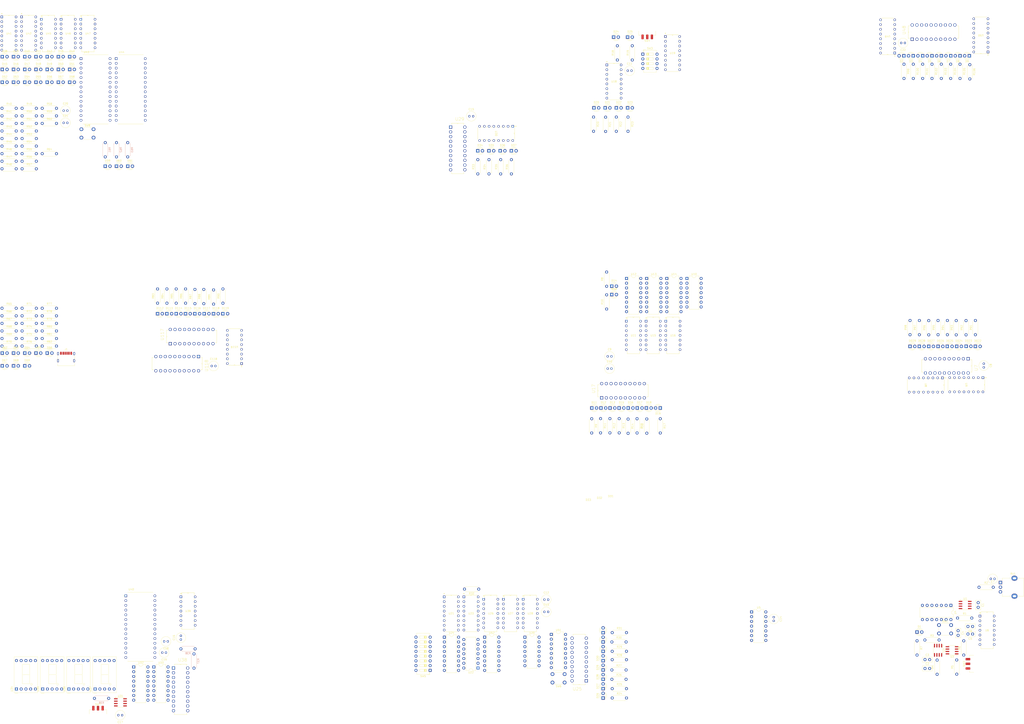
<source format=kicad_pcb>
(kicad_pcb (version 20241229) (generator "pcbnew") (generator_version "9.0")
  (title_block (title "8 Bit PC") (date "2025-10-27") (rev "1"))
  (layers (0 "F.Cu" signal) (2 "B.Cu" signal) (13 "F.Paste" user) (15 "B.Paste" user) (5 "F.SilkS" user "F.Silkscreen") (7 "B.SilkS" user "B.Silkscreen") (1 "F.Mask" user) (3 "B.Mask" user) (25 "Edge.Cuts" user))
  (net 0 "")
  (net 1 "GND")
  (net 2 "Net-(U1-CV)")
  (net 3 "Net-(U2-CV)")
  (net 4 "Net-(U2-DIS)")
  (net 5 "Net-(U3-CV)")
  (net 6 "VCC")
  (net 7 "Net-(U1-THR)")
  (net 8 "BUS_5")
  (net 9 "Net-(C14-Pad2)")
  (net 10 "CLK")
  (net 11 "Net-(U31-THR)")
  (net 12 "Net-(U31-CV)")
  (net 13 "Net-(D1-K)")
  (net 14 "Net-(D2-K)")
  (net 15 "/ALU/A_7")
  (net 16 "Net-(D3-K)")
  (net 17 "/ALU/A_6")
  (net 18 "/ALU/A_5")
  (net 19 "Net-(D4-K)")
  (net 20 "/ALU/A_4")
  (net 21 "Net-(D5-K)")
  (net 22 "Net-(D6-K)")
  (net 23 "/ALU/A_3")
  (net 24 "Net-(D7-K)")
  (net 25 "/ALU/A_2")
  (net 26 "Net-(D8-K)")
  (net 27 "/ALU/A_1")
  (net 28 "/ALU/A_0")
  (net 29 "Net-(D9-K)")
  (net 30 "ZF")
  (net 31 "Net-(D10-K)")
  (net 32 "Net-(D11-K)")
  (net 33 "Net-(D11-A)")
  (net 34 "Net-(D12-A)")
  (net 35 "Net-(D12-K)")
  (net 36 "Net-(D13-K)")
  (net 37 "Net-(D13-A)")
  (net 38 "Net-(D14-K)")
  (net 39 "CF")
  (net 40 "Net-(D15-K)")
  (net 41 "Net-(D15-A)")
  (net 42 "Net-(D16-K)")
  (net 43 "Net-(D16-A)")
  (net 44 "Net-(D17-K)")
  (net 45 "Net-(D17-A)")
  (net 46 "Net-(D18-K)")
  (net 47 "Net-(D18-A)")
  (net 48 "Net-(D19-K)")
  (net 49 "/MAR/A3")
  (net 50 "Net-(D20-K)")
  (net 51 "Net-(D21-K)")
  (net 52 "/MAR/A2")
  (net 53 "/MAR/A1")
  (net 54 "Net-(D22-K)")
  (net 55 "Net-(D022-K)")
  (net 56 "/ALU/B_7")
  (net 57 "/MAR/A0")
  (net 58 "Net-(D23-K)")
  (net 59 "/ALU/B_6")
  (net 60 "Net-(D023-K)")
  (net 61 "Net-(D24-A)")
  (net 62 "/ALU/B_5")
  (net 63 "Net-(D024-K)")
  (net 64 "Net-(D25-A)")
  (net 65 "Net-(D25-K)")
  (net 66 "Net-(D025-K)")
  (net 67 "/ALU/B_4")
  (net 68 "Net-(D26-K)")
  (net 69 "Net-(D26-A)")
  (net 70 "/ALU/B_3")
  (net 71 "Net-(D026-K)")
  (net 72 "Net-(D027-K)")
  (net 73 "/ALU/B_2")
  (net 74 "Net-(D27-K)")
  (net 75 "Net-(D27-A)")
  (net 76 "/ALU/B_1")
  (net 77 "Net-(D028-K)")
  (net 78 "Net-(D28-K)")
  (net 79 "Net-(D28-A)")
  (net 80 "Net-(D29-K)")
  (net 81 "Net-(D29-A)")
  (net 82 "/ALU/B_0")
  (net 83 "Net-(D029-K)")
  (net 84 "Net-(D30-K)")
  (net 85 "Net-(D30-A)")
  (net 86 "Net-(D31-K)")
  (net 87 "Net-(D31-A)")
  (net 88 "Net-(D32-K)")
  (net 89 "Net-(D32-A)")
  (net 90 "Net-(D33-A)")
  (net 91 "Net-(D33-K)")
  (net 92 "Net-(D34-K)")
  (net 93 "Net-(D34-A)")
  (net 94 "Net-(D35-A)")
  (net 95 "Net-(D35-K)")
  (net 96 "Net-(D36-K)")
  (net 97 "Net-(D36-A)")
  (net 98 "Net-(D37-K)")
  (net 99 "Net-(D37-A)")
  (net 100 "Net-(D38-K)")
  (net 101 "HLT")
  (net 102 "Net-(D39-A)")
  (net 103 "Net-(D39-K)")
  (net 104 "Net-(D40-K)")
  (net 105 "RI")
  (net 106 "Net-(D41-K)")
  (net 107 "Net-(D41-A)")
  (net 108 "Net-(D42-K)")
  (net 109 "Net-(D42-A)")
  (net 110 "Net-(D43-A)")
  (net 111 "Net-(D43-K)")
  (net 112 "Net-(D44-K)")
  (net 113 "Net-(D44-A)")
  (net 114 "Net-(D45-K)")
  (net 115 "Net-(D45-A)")
  (net 116 "Net-(D46-A)")
  (net 117 "Net-(D46-K)")
  (net 118 "Net-(D47-K)")
  (net 119 "SU")
  (net 120 "Net-(D48-K)")
  (net 121 "Net-(D48-A)")
  (net 122 "Net-(D49-K)")
  (net 123 "OI")
  (net 124 "Net-(D50-K)")
  (net 125 "CE")
  (net 126 "Net-(D51-K)")
  (net 127 "Net-(D51-A)")
  (net 128 "Net-(D52-A)")
  (net 129 "Net-(D52-K)")
  (net 130 "Net-(D53-A)")
  (net 131 "Net-(D53-K)")
  (net 132 "Net-(D54-A)")
  (net 133 "Net-(D54-K)")
  (net 134 "Net-(D55-A)")
  (net 135 "Net-(D55-K)")
  (net 136 "Net-(D56-A)")
  (net 137 "Net-(D56-K)")
  (net 138 "Net-(D57-A)")
  (net 139 "Net-(D57-K)")
  (net 140 "Net-(D58-K)")
  (net 141 "Net-(D58-A)")
  (net 142 "Net-(D59-A)")
  (net 143 "Net-(D59-K)")
  (net 144 "Net-(D60-A)")
  (net 145 "Net-(D60-K)")
  (net 146 "Net-(D61-K)")
  (net 147 "Net-(D61-A)")
  (net 148 "Net-(D62-K)")
  (net 149 "BUS_0")
  (net 150 "Net-(D63-K)")
  (net 151 "BUS_1")
  (net 152 "Net-(D64-K)")
  (net 153 "BUS_2")
  (net 154 "Net-(D65-K)")
  (net 155 "BUS_3")
  (net 156 "Net-(D66-K)")
  (net 157 "Net-(D67-K)")
  (net 158 "Net-(D68-K)")
  (net 159 "Net-(D69-K)")
  (net 160 "IR_7")
  (net 161 "Net-(D112-K)")
  (net 162 "Net-(D113-K)")
  (net 163 "IR_6")
  (net 164 "IR_5")
  (net 165 "Net-(D114-K)")
  (net 166 "Net-(D115-K)")
  (net 167 "IR_4")
  (net 168 "Net-(D116-K)")
  (net 169 "Net-(D116-A)")
  (net 170 "Net-(D117-K)")
  (net 171 "Net-(D117-A)")
  (net 172 "Net-(D118-A)")
  (net 173 "Net-(D118-K)")
  (net 174 "Net-(D119-A)")
  (net 175 "Net-(D119-K)")
  (net 176 "Net-(J1-CC2)")
  (net 177 "Net-(J1-CC1)")
  (net 178 "Net-(U1-DIS)")
  (net 179 "Net-(R2-Pad2)")
  (net 180 "Net-(U2-TR)")
  (net 181 "Net-(SW2-A)")
  (net 182 "Net-(U31-DIS)")
  (net 183 "Net-(SW7-A)")
  (net 184 "Net-(R64-Pad1)")
  (net 186 "Net-(SW2-C)")
  (net 187 "Net-(U24-I0d)")
  (net 188 "Net-(U24-I0a)")
  (net 189 "Net-(U24-I0c)")
  (net 190 "Net-(U24-I0b)")
  (net 191 "Net-(U51-I0c)")
  (net 192 "Net-(SW7-B)")
  (net 193 "Net-(U1-Q)")
  (net 194 "Net-(U2-Q)")
  (net 195 "Net-(U3-Q)")
  (net 197 "Net-(U4-Pad3)")
  (net 198 "Net-(U4-Pad9)")
  (net 199 "Net-(U4-Pad6)")
  (net 200 "Net-(U4-Pad4)")
  (net 201 "Net-(U4-Pad10)")
  (net 202 "Net-(U24-Za)")
  (net 203 "~{CLK}")
  (net 204 "Net-(U52-Zc)")
  (net 205 "Net-(U21-D0)")
  (net 206 "Net-(U23-D2)")
  (net 207 "Net-(U21-D3)")
  (net 208 "Net-(U52-Zb)")
  (net 209 "CLR")
  (net 210 "~{BI}")
  (net 211 "Net-(U10-Pad4)")
  (net 212 "Net-(U10-Pad9)")
  (net 213 "Net-(U10-Pad1)")
  (net 216 "Net-(U12-D1)")
  (net 218 "Net-(U10-Pad10)")
  (net 219 "Net-(U10-Pad2)")
  (net 220 "Net-(U10-Pad3)")
  (net 221 "Net-(U14-S2)")
  (net 225 "Net-(U12-D0)")
  (net 226 "~{FI}")
  (net 230 "Net-(U13-B2)")
  (net 231 "Net-(U13-C0)")
  (net 232 "Net-(U13-B4)")
  (net 235 "Net-(U13-B1)")
  (net 236 "Net-(U13-B3)")
  (net 237 "Net-(U14-B1)")
  (net 239 "Net-(U14-B2)")
  (net 241 "Net-(U14-B4)")
  (net 244 "~{EO}")
  (net 248 "~{MI}")
  (net 250 "Net-(U51-Zc)")
  (net 251 "Net-(U21-~{WE})")
  (net 252 "Net-(U24-Zb)")
  (net 253 "Net-(U21-D1)")
  (net 255 "Net-(U24-Zc)")
  (net 256 "Net-(U21-D2)")
  (net 257 "Net-(U24-Zd)")
  (net 258 "Net-(U23-D0)")
  (net 259 "Net-(U21-~{O}2)")
  (net 260 "Net-(U21-~{O}3)")
  (net 261 "Net-(U21-~{O}1)")
  (net 262 "Net-(U21-~{O}0)")
  (net 263 "Net-(U52-Za)")
  (net 264 "Net-(U23-~{O}2)")
  (net 265 "Net-(U23-~{O}3)")
  (net 266 "Net-(U23-~{O}1)")
  (net 267 "Net-(U23-~{O}0)")
  (net 268 "~{RO}")
  (net 269 "~{CLR}")
  (net 270 "Net-(U42-O5)")
  (net 271 "Net-(U26-Pad6)")
  (net 272 "Net-(U51-I1c)")
  (net 273 "~{IO}")
  (net 274 "~{II}")
  (net 275 "~{AI}")
  (net 276 "~{AO}")
  (net 282 "~{CO}")
  (net 287 "~{J}")
  (net 290 "Net-(U31-Q)")
  (net 293 "Net-(U32A-~{Q})")
  (net 294 "Net-(U32B-~{Q})")
  (net 295 "Net-(U33A-O1)")
  (net 296 "Net-(U33A-O2)")
  (net 297 "Net-(U33A-O3)")
  (net 299 "Net-(U33A-O0)")
  (net 300 "Net-(U34-F)")
  (net 301 "Net-(U34-E)")
  (net 302 "Net-(U34-D)")
  (net 303 "Net-(U34-G)")
  (net 304 "Net-(U34-C)")
  (net 305 "Net-(U34-DP)")
  (net 306 "Net-(U34-A)")
  (net 307 "Net-(U34-B)")
  (net 308 "Net-(U38-Q2)")
  (net 309 "Net-(U38-Cp)")
  (net 310 "Net-(U38-Q0)")
  (net 311 "Net-(U38-Q7)")
  (net 312 "Net-(U38-Q3)")
  (net 313 "Net-(U38-Q1)")
  (net 314 "Net-(U38-Q6)")
  (net 315 "Net-(U38-Q5)")
  (net 316 "Net-(U38-Q4)")
  (net 324 "Net-(U41-~{MR})")
  (footprint "Resistor_THT:R_Axial_DIN0207_L6.3mm_D2.5mm_P7.62mm_Horizontal" (layer "F.Cu") (at 351 237.44 -90)
    (property "Reference" "R14")
    (property "Value" "220")
  )
  (footprint "Package_DIP:DIP-14_W7.62mm" (layer "F.Cu") (at 417.13 340.71)
    (property "Reference" "U5")
    (property "Value" "74LS04")
  )
  (footprint "Package_SO:SOIC-8_3.9x4.9mm_P1.27mm" (layer "F.Cu") (at 531.5 337)
    (property "Reference" "U1")
    (property "Value" "LM555xM")
  )
  (footprint "Capacitor_THT:C_Radial_D5.0mm_H5.0mm_P2.00mm" (layer "F.Cu") (at 541.5 207.75 -90)
    (property "Reference" "C8")
    (property "Value" "0.1 µF")
  )
  (footprint "Capacitor_THT:C_Disc_D5.0mm_W2.5mm_P2.50mm" (layer "F.Cu") (at 510 366.25)
    (property "Reference" "C3")
    (property "Value" "0.01 µF")
  )
  (footprint "Resistor_THT:R_Axial_DIN0207_L6.3mm_D2.5mm_P7.62mm_Horizontal" (layer "F.Cu") (at 522 192.25 90)
    (property "Reference" "R94")
    (property "Value" "220")
  )
  (footprint "Package_DIP:DIP-16_W7.62mm" (layer "F.Cu") (at 274.16 354.245)
    (property "Reference" "U52")
    (property "Value" "74LS158")
  )
  (footprint "Resistor_THT:R_Axial_DIN0207_L6.3mm_D2.5mm_P7.62mm_Horizontal" (layer "F.Cu") (at 99 175.37 90)
    (property "Reference" "R83")
    (property "Value" "220")
  )
  (footprint "Resistor_THT:R_Axial_DIN0207_L6.3mm_D2.5mm_P7.62mm_Horizontal" (layer "F.Cu") (at 119 175.62 90)
    (property "Reference" "R87")
    (property "Value" "220")
  )
  (footprint "Custom:SN74LS173AN" (layer "F.Cu") (at 501.55 223 -90)
    (property "Reference" "U8")
    (property "Value" "74LS173")
  )
  (footprint "Package_DIP:DIP-14_W7.62mm" (layer "F.Cu") (at 295.71 354.255)
    (property "Reference" "U20")
    (property "Value" "74LS04")
  )
  (footprint "Custom:N16" (layer "F.Cu") (at 23.2129 39.8277)
    (property "Reference" "U41")
    (property "Value" "74LS161")
  )
  (footprint "Capacitor_THT:C_Radial_D5.0mm_H5.0mm_P2.00mm" (layer "F.Cu") (at 350.8313 50.8423)
    (property "Reference" "C11")
    (property "Value" "0.1 µF")
  )
  (footprint "LED_THT:LED_D3.0mm" (layer "F.Cu") (at 337.62 361.84 90)
    (property "Reference" "D31")
    (property "Value" "RED")
  )
  (footprint "LED_THT:LED_D3.0mm" (layer "F.Cu") (at 118.96 181)
    (property "Reference" "D116")
    (property "Value" "RED")
  )
  (footprint "Resistor_THT:R_Axial_DIN0207_L6.3mm_D2.5mm_P7.62mm_Horizontal" (layer "F.Cu") (at 271 328.5 180)
    (property "Reference" "R32")
    (property "Value" "1K")
  )
  (footprint "footprints:N14" (layer "F.Cu") (at 547.0529 358.1677)
    (property "Reference" "U6")
    (property "Value" "74LS32")
  )
  (footprint "LED_THT:LED_D3.0mm" (layer "F.Cu") (at 45.9 57.02)
    (property "Reference" "D57")
    (property "Value" "GREEN")
  )
  (footprint "LED_THT:LED_D3.0mm" (layer "F.Cu") (at 21.86 57.02)
    (property "Reference" "D53")
    (property "Value" "BLUE")
  )
  (footprint "Resistor_THT:R_Axial_DIN0207_L6.3mm_D2.5mm_P7.62mm_Horizontal" (layer "F.Cu") (at 355.8 237.25 -90)
    (property "Reference" "R15")
    (property "Value" "220")
  )
  (footprint "Resistor_THT:R_Axial_DIN0207_L6.3mm_D2.5mm_P7.62mm_Horizontal" (layer "F.Cu") (at 346.25 237.19 -90)
    (property "Reference" "R13")
    (property "Value" "220")
  )
  (footprint "LED_THT:LED_D3.0mm" (layer "F.Cu") (at 99 181)
    (property "Reference" "D112")
    (property "Value" "RED")
  )
  (footprint "Resistor_THT:R_Axial_DIN0207_L6.3mm_D2.5mm_P7.62mm_Horizontal" (layer "F.Cu") (at 361 245 90)
    (property "Reference" "R16")
    (property "Value" "220")
  )
  (footprint "LED_THT:LED_D3.0mm" (layer "F.Cu") (at 342.21 166.25)
    (property "Reference" "D14")
    (property "Value" "GREEN")
  )
  (footprint "Resistor_THT:R_Axial_DIN0207_L6.3mm_D2.5mm_P7.62mm_Horizontal" (layer "F.Cu") (at 509.94 355.75)
    (property "Reference" "R3")
    (property "Value" "1K")
  )
  (footprint "Resistor_THT:R_Axial_DIN0207_L6.3mm_D2.5mm_P7.62mm_Horizontal" (layer "F.Cu") (at 15.69 178.08)
    (property "Reference" "R65")
    (property "Value" "220")
  )
  (footprint "Resistor_THT:R_Axial_DIN0207_L6.3mm_D2.5mm_P7.62mm_Horizontal" (layer "F.Cu") (at 332.5 75.69 -90)
    (property "Reference" "R20")
    (property "Value" "220")
  )
  (footprint "LED_THT:LED_D3.0mm" (layer "F.Cu") (at 27.87 208.93)
    (property "Reference" "D69")
    (property "Value" "RED")
  )
  (footprint "LED_THT:LED_D3.0mm" (layer "F.Cu") (at 341.325 231.5)
    (property "Reference" "D13")
    (property "Value" "RED")
  )
  (footprint "Resistor_THT:R_Axial_DIN0207_L6.3mm_D2.5mm_P7.62mm_Horizontal" (layer "F.Cu") (at 37.23 186.18)
    (property "Reference" "R79")
    (property "Value" "10k")
  )
  (footprint "Resistor_THT:R_Axial_DIN0207_L6.3mm_D2.5mm_P7.62mm_Horizontal" (layer "F.Cu") (at 507 192.25 90)
    (property "Reference" "R97")
    (property "Value" "220")
  )
  (footprint "AT28C64B_15PU:DIP1555W45P254L3733H482Q28" (layer "F.Cu") (at 65.77375 60.89)
    (property "Reference" "U43")
    (property "Value" "AT28C64B-15PU")
  )
  (footprint "LED_THT:LED_D3.0mm" (layer "F.Cu") (at 355.925 231.5)
    (property "Reference" "D17")
    (property "Value" "RED")
  )
  (footprint "LED_THT:LED_D3.0mm" (layer "F.Cu") (at 70.99 102)
    (property "Reference" "D59")
    (property "Value" "RED")
  )
  (footprint "LED_THT:LED_D3.0mm" (layer "F.Cu") (at 113.96 181)
    (property "Reference" "D115")
    (property "Value" "RED")
  )
  (footprint "Button_Switch_THT:SW_PUSH_6mm" (layer "F.Cu") (at 317 378.515 180)
    (property "Reference" "SW6")
    (property "Value" "SW_Push")
  )
  (footprint "Custom:N16" (layer "F.Cu") (at 270.6887 350.4227)
    (property "Reference" "U23")
    (property "Value" "74189")
  )
  (footprint "LED_THT:LED_D3.0mm" (layer "F.Cu") (at 337.62 366.8 90)
    (property "Reference" "D30")
    (property "Value" "RED")
  )
  (footprint "Package_DIP:DIP-16_W7.62mm" (layer "F.Cu") (at 86.2175 370.19)
    (property "Reference" "U32")
    (property "Value" "74LS76")
  )
  (footprint "LED_THT:LED_D3.0mm" (layer "F.Cu") (at 45.9 50.18)
    (property "Reference" "D50")
    (property "Value" "BLUE")
  )
  (footprint "Display_7Segment:D1X8K" (layer "F.Cu") (at 37.47 382 90)
    (property "Reference" "U35")
    (property "Value" "D148K")
  )
  (footprint "LED_THT:LED_D3.0mm" (layer "F.Cu") (at 331.56 231.5)
    (property "Reference" "D11")
    (property "Value" "RED")
  )
  (footprint "LED_THT:LED_D3.0mm" (layer "F.Cu") (at 350.71 32.87)
    (property "Reference" "D25")
    (property "Value" "GREEN")
  )
  (footprint "Resistor_THT:R_Axial_DIN0207_L6.3mm_D2.5mm_P7.62mm_Horizontal" (layer "F.Cu") (at 26.46 103.39)
    (property "Reference" "R57")
    (property "Value" "220")
  )
  (footprint "Package_DIP:DIP-16_W7.62mm" (layer "F.Cu") (at 96.9975 370.19)
    (property "Reference" "U33")
    (property "Value" "74LS139")
  )
  (footprint "LED_THT:LED_D3.0mm" (layer "F.Cu") (at 15.85 43.34)
    (property "Reference" "D38")
    (property "Value" "BLUE")
  )
  (footprint "Resistor_THT:R_Axial_DIN0207_L6.3mm_D2.5mm_P7.62mm_Horizontal" (layer "F.Cu") (at 26.46 182.13)
    (property "Reference" "R72")
    (property "Value" "220")
  )
  (footprint "Capacitor_THT:C_Radial_D5.0mm_H5.0mm_P2.00mm" (layer "F.Cu") (at 104.5 356.5 180)
    (property "Reference" "C18")
    (property "Value" "0.1 µF")
  )
  (footprint "LED_THT:LED_D3.0mm" (layer "F.Cu") (at 39.89 43.34)
    (property "Reference" "D42")
    (property "Value" "BLUE")
  )
  (footprint "LED_THT:LED_D3.0mm" (layer "F.Cu") (at 528.77 42.88 180)
    (property "Reference" "D8")
    (property "Value" "RED")
  )
  (footprint "Resistor_THT:R_Axial_DIN0207_L6.3mm_D2.5mm_P7.62mm_Horizontal" (layer "F.Cu") (at 26.46 83.14)
    (property "Reference" "R52")
    (property "Value" "220")
  )
  (footprint "Resistor_THT:R_Axial_DIN0207_L6.3mm_D2.5mm_P7.62mm_Horizontal" (layer "F.Cu") (at 129 175.87 90)
    (property "Reference" "R89")
    (property "Value" "220")
  )
  (footprint "Resistor_THT:R_Axial_DIN0207_L6.3mm_D2.5mm_P7.62mm_Horizontal" (layer "F.Cu") (at 342.5 351.8)
    (property "Reference" "R31")
    (property "Value" "220")
  )
  (footprint "Resistor_THT:R_Axial_DIN0207_L6.3mm_D2.5mm_P7.62mm_Horizontal" (layer "F.Cu") (at 527 374.06 90)
    (property "Reference" "R5")
    (property "Value" "1K")
  )
  (footprint "LED_THT:LED_D3.0mm" (layer "F.Cu") (at 537 198.5)
    (property "Reference" "D022")
    (property "Value" "RED")
  )
  (footprint "Resistor_THT:R_Axial_DIN0207_L6.3mm_D2.5mm_P7.62mm_Horizontal" (layer "F.Cu") (at 134 175.37 90)
    (property "Reference" "R90")
    (property "Value" "220")
  )
  (footprint "Capacitor_THT:C_Radial_D5.0mm_H5.0mm_P2.00mm" (layer "F.Cu") (at 340.0768 210.3968)
    (property "Reference" "C10")
    (property "Value" "0.1 µF")
  )
  (footprint "Package_SO:SOIC-8_3.9x4.9mm_P1.27mm" (layer "F.Cu") (at 517 361.25 -90)
    (property "Reference" "U2")
    (property "Value" "LM555xM")
  )
  (footprint "Capacitor_THT:C_Radial_D5.0mm_H5.0mm_P2.00mm" (layer "F.Cu") (at 547.25 323 180)
    (property "Reference" "C7")
    (property "Value" "1 µF")
  )
  (footprint "LED_THT:LED_D3.0mm" (layer "F.Cu") (at 27.87 57.02)
    (property "Reference" "D54")
    (property "Value" "GREEN")
  )
  (footprint "Resistor_THT:R_Axial_DIN0207_L6.3mm_D2.5mm_P7.62mm_Horizontal" (layer "F.Cu") (at 37.23 190.23)
    (property "Reference" "R80")
    (property "Value" "10k")
  )
  (footprint "Resistor_THT:R_Axial_DIN0207_L6.3mm_D2.5mm_P7.62mm_Horizontal" (layer "F.Cu") (at 26.46 190.23)
    (property "Reference" "R74")
    (property "Value" "10k")
  )
  (footprint "LED_THT:LED_D3.0mm" (layer "F.Cu") (at 51.91 43.34)
    (property "Reference" "D44")
    (property "Value" "BLUE")
  )
  (footprint "LED_THT:LED_D3.0mm" (layer "F.Cu") (at 33.88 50.18)
    (property "Reference" "D48")
    (property "Value" "BLUE")
  )
  (footprint "Button_Switch_THT:SW_DIP_SPSTx08_Slide_6.7x21.88mm_W7.62mm_P2.54mm_LowProfile" (layer "F.Cu") (at 245 372 180)
    (property "Reference" "SW5")
    (property "Value" "SW_DIP_x08")
  )
  (footprint "Custom:DIP254P762X508-20" (layer "F.Cu") (at 263.56 103.93)
    (property "Reference" "U29")
    (property "Value" "74LS245")
  )
  (footprint "LED_THT:LED_D3.0mm" (layer "F.Cu") (at 342.21 170.75)
    (property "Reference" "D10")
    (property "Value" "GREEN")
  )
  (footprint "LED_THT:LED_D3.0mm" (layer "F.Cu") (at 506.98 198.5)
    (property "Reference" "D028")
    (property "Value" "RED")
  )
  (footprint "Resistor_THT:R_Axial_DIN0207_L6.3mm_D2.5mm_P7.62mm_Horizontal" (layer "F.Cu") (at 15.69 87.19)
    (property "Reference" "R44")
    (property "Value" "220")
  )
  (footprint "LED_THT:LED_D3.0mm" (layer "F.Cu") (at 332.7 70.75)
    (property "Reference" "D20")
    (property "Value" "YELLOW")
  )
  (footprint "Package_DIP:DIP-14_W7.62mm" (layer "F.Cu") (at 270.62 370.74 180)
    (property "Reference" "U22")
    (property "Value" "74LS04")
  )
  (footprint "Resistor_THT:R_Axial_DIN0207_L6.3mm_D2.5mm_P7.62mm_Horizontal" (layer "F.Cu") (at 15.69 194.28)
    (property "Reference" "R69")
    (property "Value" "220")
  )
  (footprint "Resistor_THT:R_Axial_DIN0207_L6.3mm_D2.5mm_P7.62mm_Horizontal" (layer "F.Cu") (at 342.5 386.8)
    (property "Reference" "R24")
    (property "Value" "220")
  )
  (footprint "Resistor_THT:R_Axial_DIN0207_L6.3mm_D2.5mm_P7.62mm_Horizontal" (layer "F.Cu") (at 530.75 363.81 90)
    (property "Reference" "R6")
    (property "Value" "1K")
  )
  (footprint "LED_THT:LED_D3.0mm" (layer "F.Cu") (at 521.96 198.5)
    (property "Reference" "D025")
    (property "Value" "RED")
  )
  (footprint "Display_7Segment:D1X8K" (layer "F.Cu") (at 65.57 382 90)
    (property "Reference" "U37")
    (property "Value" "D148K")
  )
  (footprint "LED_THT:LED_D3.0mm" (layer "F.Cu") (at 21.86 208.93)
    (property "Reference" "D68")
    (property "Value" "RED")
  )
  (footprint "Resistor_THT:R_Axial_DIN0207_L6.3mm_D2.5mm_P7.62mm_Horizontal" (layer "F.Cu") (at 368.25 237.25 -90)
    (property "Reference" "R17")
    (property "Value" "220")
  )
  (footprint "Resistor_THT:R_Axial_DIN0207_L6.3mm_D2.5mm_P7.62mm_Horizontal" (layer "F.Cu") (at 26.46 178.08)
    (property "Reference" "R71")
    (property "Value" "220")
  )
  (footprint "Resistor_THT:R_Axial_DIN0207_L6.3mm_D2.5mm_P7.62mm_Horizontal" (layer "F.Cu") (at 353.25 45.12 90)
    (property "Reference" "R19")
    (property "Value" "1K")
  )
  (footprint "Capacitor_THT:C_Radial_D5.0mm_H5.0mm_P2.00mm" (layer "F.Cu") (at 80 396 180)
    (property "Reference" "C17")
    (property "Value" "0.01 µF")
  )
  (footprint "LED_THT:LED_D3.0mm" (layer "F.Cu") (at 108.98 181)
    (property "Reference" "D114")
    (property "Value" "RED")
  )
  (footprint "Capacitor_THT:C_Radial_D5.0mm_H5.0mm_P2.00mm" (layer "F.Cu") (at 306.16 340.685)
    (property "Reference" "C13")
    (property "Value" "0.1 µF")
  )
  (footprint "Resistor_THT:R_Axial_DIN0207_L6.3mm_D2.5mm_P7.62mm_Horizontal" (layer "F.Cu") (at 270.5 106.12 90)
    (property "Reference" "R33")
    (property "Value" "220")
  )
  (footprint "LED_THT:LED_D3.0mm" (layer "F.Cu") (at 83.01 102)
    (property "Reference" "D61")
    (property "Value" "RED")
  )
  (footprint "LED_THT:LED_D3.0mm" (layer "F.Cu") (at 338.71 70.75)
    (property "Reference" "D21")
    (property "Value" "YELLOW")
  )
  (footprint "Package_DIP:DIP-16_W7.62mm" (layer "F.Cu") (at 360.9368 162.1168)
    (property "Reference" "U13")
    (property "Value" "74LS283")
  )
  (footprint "Resistor_THT:R_Axial_DIN0207_L6.3mm_D2.5mm_P7.62mm_Horizontal" (layer "F.Cu") (at 537 192.25 90)
    (property "Reference" "R91")
    (property "Value" "220")
  )
  (footprint "Resistor_THT:R_Axial_DIN0207_L6.3mm_D2.5mm_P7.62mm_Horizontal" (layer "F.Cu") (at 15.69 99.34)
    (property "Reference" "R47")
    (property "Value" "220")
  )
  (footprint "Resistor_THT:R_Axial_DIN0207_L6.3mm_D2.5mm_P7.62mm_Horizontal" (layer "F.Cu") (at 37.23 194.28)
    (property "Reference" "R81")
    (property "Value" "5.1 kΩ")
  )
  (footprint "LED_THT:LED_D3.0mm" (layer "F.Cu") (at 511.98 198.5)
    (property "Reference" "D027")
    (property "Value" "RED")
  )
  (footprint "Resistor_THT:R_Axial_DIN0207_L6.3mm_D2.5mm_P7.62mm_Horizontal" (layer "F.Cu") (at 37.23 79.09)
    (property "Reference" "R60")
    (property "Value" "220")
  )
  (footprint "Package_DIP:DIP-16_W7.62mm" (layer "F.Cu") (at 252.6 354.245)
    (property "Reference" "U24")
    (property "Value" "74LS158")
  )
  (footprint "LED_THT:LED_D3.0mm" (layer "F.Cu") (at 337.62 381.79 90)
    (property "Reference" "D27")
    (property "Value" "RED")
  )
  (footprint "Resistor_THT:R_Axial_DIN0207_L6.3mm_D2.5mm_P7.62mm_Horizontal" (layer "F.Cu") (at 527.44 344)
    (property "Reference" "R1")
    (property "Value" "1K")
  )
  (footprint "Resistor_THT:R_Axial_DIN0207_L6.3mm_D2.5mm_P7.62mm_Horizontal" (layer "F.Cu") (at 516.5 374.12 90)
    (property "Reference" "R4")
    (property "Value" "1M")
  )
  (footprint "LED_THT:LED_D3.0mm" (layer "F.Cu") (at 337.62 371.8 90)
    (property "Reference" "D29")
    (property "Value" "RED")
  )
  (footprint "Resistor_THT:R_Axial_DIN0207_L6.3mm_D2.5mm_P7.62mm_Horizontal" (layer "F.Cu") (at 15.69 198.33)
    (property "Reference" "R70")
    (property "Value" "220")
  )
  (footprint "LED_THT:LED_D3.0mm" (layer "F.Cu") (at 344.72 70.75)
    (property "Reference" "D22")
    (property "Value" "YELLOW")
  )
  (footprint "Resistor_THT:R_Axial_DIN0207_L6.3mm_D2.5mm_P7.62mm_Horizontal" (layer "F.Cu") (at 282.75 106.12 90)
    (property "Reference" "R35")
    (property "Value" "220")
  )
  (footprint "LED_THT:LED_D3.0mm" (layer "F.Cu") (at 39.89 57.02)
    (property "Reference" "D56")
    (property "Value" "GREEN")
  )
  (footprint "Custom:N16" (layer "F.Cu") (at 271.47 88.25 -90)
    (property "Reference" "U30")
    (property "Value" "74LS161")
  )
  (footprint "LED_THT:LED_D3.0mm" (layer "F.Cu") (at 33.88 43.34)
    (property "Reference" "D41")
    (property "Value" "BLUE")
  )
  (footprint "LED_THT:LED_D3.0mm" (layer "F.Cu") (at 21.86 50.18)
    (property "Reference" "D46")
    (property "Value" "BLUE")
  )
  (footprint "Resistor_THT:R_Axial_DIN0207_L6.3mm_D2.5mm_P7.62mm_Horizontal" (layer "F.Cu") (at 288.5 106.12 90)
    (property "Reference" "R36")
    (property "Value" "220")
  )
  (footprint "Resistor_THT:R_Axial_DIN0207_L6.3mm_D2.5mm_P7.62mm_Horizontal" (layer "F.Cu") (at 26.46 95.29)
    (property "Reference" "R55")
    (property "Value" "220")
  )
  (footprint "Custom:SN74LS173AN" (layer "F.Cu") (at 378.62 50.33)
    (property "Reference" "U19")
    (property "Value" "74LS173")
  )
  (footprint "Capacitor_THT:C_Radial_D5.0mm_H5.0mm_P2.00mm" (layer "F.Cu") (at 128 209)
    (property "Reference" "C118")
    (property "Value" "0.1 µF")
  )
  (footprint "Package_DIP:DIP-14_W7.62mm" (layer "F.Cu") (at 382.4968 162.1268)
    (property "Reference" "U10")
    (property "Value" "74LS08")
  )
  (footprint "Button_Switch_SMD:SW_SPDT_CK_JS102011SAQN" (layer "F.Cu") (at 67.1 395)
    (property "Reference" "SW7")
    (property "Value" "SW_SPDT")
  )
  (footprint "Resistor_THT:R_Axial_DIN0207_L6.3mm_D2.5mm_P7.62mm_Horizontal" (layer "F.Cu") (at 123.75 175.62 90)
    (property "Reference" "R88")
    (property "Value" "220")
  )
  (footprint "footprints:N14" (layer "F.Cu") (at 357.6697 200.2345)
    (property "Reference" "U11")
    (property "Value" "74LS02")
  )
  (footprint "Button_Switch_THT:SW_PUSH_6mm" (layer "F.Cu") (at 517.5 347.75)
    (property "Reference" "SW1")
    (property "Value" "SW_Push")
  )
  (footprint "LED_THT:LED_D3.0mm" (layer "F.Cu") (at 337.62 376.8 90)
    (property "Reference" "D28")
    (property "Value" "RED")
  )
  (footprint "Resistor_THT:R_Axial_DIN0207_L6.3mm_D2.5mm_P7.62mm_Horizontal" (layer "F.Cu") (at 37.23 178.08)
    (property "Reference" "R77")
    (property "Value" "10k")
  )
  (footprint "Resistor_THT:R_Axial_DIN0207_L6.3mm_D2.5mm_P7.62mm_Horizontal" (layer "F.Cu") (at 37.23 70.99)
    (property "Reference" "R58")
    (property "Value" "220")
  )
  (footprint "Resistor_THT:R_Axial_DIN0207_L6.3mm_D2.5mm_P7.62mm_Horizontal" (layer "F.Cu") (at 37.23 75.04)
    (property "Reference" "R59")
    (property "Value" "220")
  )
  (footprint "Resistor_THT:R_Axial_DIN0207_L6.3mm_D2.5mm_P7.62mm_Horizontal" (layer "F.Cu") (at 538.94 327.5)
    (property "Reference" "R2")
    (property "Value" "1K")
  )
  (footprint "LED_THT:LED_D3.0mm" (layer "F.Cu") (at 27.87 43.34)
    (property "Reference" "D40")
    (property "Value" "BLUE")
  )
  (footprint "Capacitor_THT:C_Disc_D5.0mm_W2.5mm_P2.50mm" (layer "F.Cu") (at 527.75 350.75 -90)
    (property "Reference" "C4")
    (property "Value" "0.01 µF")
  )
  (footprint "Resistor_THT:R_Axial_DIN0207_L6.3mm_D2.5mm_P7.62mm_Horizontal" (layer "F.Cu") (at 526.75 192.31 90)
    (property "Reference" "R93")
    (property "Value" "220")
  )
  (footprint "LED_THT:LED_D3.0mm" (layer "F.Cu") (at 498.69 42.88 180)
    (property "Reference" "D2")
    (property "Value" "RED")
  )
  (footprint "Resistor_THT:R_Axial_DIN0207_L6.3mm_D2.5mm_P7.62mm_Horizontal" (layer "F.Cu") (at 114 175.37 90)
    (property "Reference" "R86")
    (property "Value" "220")
  )
  (footprint "LED_THT:LED_D3.0mm" (layer "F.Cu") (at 27.87 50.18)
    (property "Reference" "D47")
    (property "Value" "BLUE")
  )
  (footprint "Display_7Segment:D1X8K" (layer "F.Cu") (at 23.42 382 90)
    (property "Reference" "U34")
    (property "Value" "D148K")
  )
  (footprint "Custom:DIP254P762X508-20" (layer "F.Cu") (at 321 354.76 180)
    (property "Reference" "U25")
    (property "Value" "74LS245")
  )
  (footprint "LED_THT:LED_D3.0mm" (layer "F.Cu") (at 517 198.5)
    (property "Reference" "D026")
    (property "Value" "RED")
  )
  (footprint "Resistor_THT:R_Axial_DIN0207_L6.3mm_D2.5mm_P7.62mm_Horizontal" (layer "F.Cu") (at 502 192.25 90)
    (property "Reference" "R98")
    (property "Value" "220")
  )
  (footprint "Resistor_THT:R_Axial_DIN0207_L6.3mm_D2.5mm_P7.62mm_Horizontal" (layer "F.Cu") (at 276.5 106.12 90)
    (property "Reference" "R34")
    (property "Value" "220")
  )
  (footprint "Resistor_THT:R_Axial_DIN0207_L6.3mm_D2.5mm_P7.62mm_Horizontal" (layer "F.Cu") (at 513.75 47.38 -90)
    (property "Reference" "R102")
    (property "Value" "220")
  )
  (footprint "Custom:DIP254P762X508-20" (layer "F.Cu") (at 526 26.38 90)
    (property "Reference" "U48")
    (property "Value" "74LS245")
  )
  (footprint "LED_THT:LED_D3.0mm" (layer "F.Cu") (at 501.98 198.5)
    (property "Reference" "D029")
    (property "Value" "RED")
  )
  (footprint "Resistor_THT:R_Axial_DIN0207_L6.3mm_D2.5mm_P7.62mm_Horizontal" (layer "F.Cu") (at 342.5 366.3)
    (property "Reference" "R28")
    (property "Value" "220")
  )
  (footprint "Custom:N14" (layer "F.Cu") (at 281.2645 349.1527)
    (property "Reference" "U26")
    (property "Value" "74LS00")
  )
  (footprint "LED_THT:LED_D3.0mm" (layer "F.Cu") (at 505.73 351.5)
    (property "Reference" "D1")
    (property "Value" "BLUE")
  )
  (footprint "LED_THT:LED_D3.0mm" (layer "F.Cu") (at 533.77 42.88 180)
    (property "Reference" "D9")
    (property "Value" "RED")
  )
  (footprint "LED_THT:LED_D3.0mm" (layer "F.Cu") (at 103.98 181)
    (property "Reference" "D113")
    (property "Value" "RED")
  )
  (footprint "Custom:DIP254P762X508-20" (layer "F.Cu") (at 359.68 218.44 90)
    (property "Reference" "U17")
    (property "Value" "74LS245")
  )
  (footprint "Capacitor_THT:C_Radial_D5.0mm_H5.0mm_P2.00mm" (layer "F.Cu") (at 499.25 36 180)
    (property "Reference" "C22")
    (property "Value" "0.1 µF")
  )
  (footprint "Custom:N16" (layer "F.Cu") (at 347.25 65.54)
    (property "Reference" "U18")
    (property "Value" "74LS157")
  )
  (footprint "Resistor_THT:R_Axial_DIN0207_L6.3mm_D2.5mm_P7.62mm_Horizontal" (layer "F.Cu") (at 345.25 45.12 90)
    (property "Reference" "R18")
    (property "Value" "1K")
  )
  (footprint "Resistor_THT:R_Axial_DIN0207_L6.3mm_D2.5mm_P7.62mm_Horizontal" (layer "F.Cu") (at 508.75 47.38 -90)
    (property "Reference" "R101")
    (property "Value" "220")
  )
  (footprint "Capacitor_THT:C_Radial_D5.0mm_H5.0mm_P2.00mm" (layer "F.Cu") (at 306.16 334.135)
    (property "Reference" "C12")
    (property "Value" "0.1 µF")
  )
  (footprint "LED_THT:LED_D3.0mm" (layer "F.Cu") (at 513.75 42.88 180)
    (property "Reference" "D5")
    (property "Value" "RED")
  )
  (footprint "Resistor_THT:R_Axial_DIN0207_L6.3mm_D2.5mm_P7.62mm_Horizontal" (layer "F.Cu") (at 26.46 79.09)
    (property "Reference" "R51")
    (property "Value" "220")
  )
  (footprint "Resistor_THT:R_Axial_DIN0207_L6.3mm_D2.5mm_P7.62mm_Horizontal" (layer "F.Cu") (at 26.46 91.24)
    (property "Reference" "R54")
    (property "Value" "220")
  )
  (footprint "Capacitor_THT:C_Disc_D5.0mm_W2.5mm_P2.50mm" (layer "F.Cu") (at 538.5 335.75 -90)
    (property "Reference" "C1")
    (property "Value" "0.01 µF")
  )
  (footprint "Button_Switch_THT:SW_PUSH_6mm" (layer "F.Cu") (at 58.21 82.2)
    (property "Reference" "SW8")
    (property "Value" "SW_Push")
  )
  (footprint "Resistor_THT:R_Axial_DIN0207_L6.3mm_D2.5mm_P7.62mm_Horizontal" (layer "F.Cu") (at 342.5 381.8)
    (property "Reference" "R25")
    (property "Value" "220")
  )
  (footprint "Button_Switch_THT:SW_DIP_SPSTx04_Slide_6.7x11.72mm_W7.62mm_P2.54mm_LowProfile" (layer "F.Cu") (at 358.88 42)
    (property "Reference" "SW3")
    (property "Value" "SW_DIP_x04")
  )
  (footprint "LED_THT:LED_D3.0mm" (layer "F.Cu") (at 21.86 43.34)
    (property "Reference" "D39")
    (property "Value" "BLUE")
  )
  (footprint "Resistor_THT:R_Axial_DIN0207_L6.3mm_D2.5mm_P7.62mm_Horizontal" (layer "F.Cu") (at 15.69 95.29)
    (property "Reference" "R46")
    (property "Value" "220")
  )
  (footprint "Resistor_THT:R_Axial_DIN0207_L6.3mm_D2.5mm_P7.62mm_Horizontal" (layer "F.Cu") (at 518.75 47.38 -90)
    (property "Reference" "R103")
    (property "Value" "220")
  )
  (footprint "Resistor_THT:R_Axial_DIN0207_L6.3mm_D2.5mm_P7.62mm_Horizontal" (layer "F.Cu") (at 342.31 356.8)
    (property "Reference" "R30")
    (property "Value" "220")
  )
  (footprint "Resistor_THT:R_Axial_DIN0207_L6.3mm_D2.5mm_P7.62mm_Horizontal" (layer "F.Cu") (at 26.46 75.04)
    (property "Reference" "R50")
    (property "Value" "220")
  )
  (footprint "Button_Switch_SMD:SW_SPDT_CK_JS102011SAQN" (layer "F.Cu") (at 361.25 30 180)
    (property "Reference" "SW4")
    (property "Value" "SW_SPDT")
  )
  (footprint "Custom:N14" (layer "F.Cu") (at 302.4161 349.1527)
    (property "Reference" "U28")
    (property "Value" "74LS04")
  )
  (footprint "Custom:DIP254P762X508-20" (layer "F.Cu") (at 128.68 189.44 90)
    (property "Reference" "U117")
    (property "Value" "74LS245")
  )
  (footprint "Resistor_THT:R_Axial_DIN0207_L6.3mm_D2.5mm_P7.62mm_Horizontal" (layer "F.Cu") (at 534 47.63 -90)
    (property "Reference" "R106")
    (property "Value" "220")
  )
  (footprint "Resistor_THT:R_Axial_DIN0207_L6.3mm_D2.5mm_P7.62mm_Horizontal" (layer "F.Cu") (at 532 192.31 90)
    (property "Reference" "R92")
    (property "Value" "220")
  )
  (footprint "LED_THT:LED_D3.0mm" (layer "F.Cu") (at 77 102)
    (property "Reference" "D60")
    (property "Value" "RED")
  )
  (footprint "footprints:N14" (layer "F.Cu") (at 368.2455 200.2345)
    (property "Reference" "U15")
    (property "Value" "74LS86")
  )
  (footprint "LED_THT:LED_D3.0mm" (layer "F.Cu") (at 351.05 231.5)
    (property "Reference" "D16")
    (property "Value" "RED")
  )
  (footprint "Resistor_THT:R_Axial_DIN0207_L6.3mm_D2.5mm_P7.62mm_Horizontal" (layer "F.Cu") (at 498.75 47.38 -90)
    (property "Reference" "R99")
    (property "Value" "220")
  )
  (footprint "LED_THT:LED_D3.0mm" (layer "F.Cu") (at 360.8 231.5)
    (property "Reference" "D18")
    (property "Value" "RED")
  )
  (footprint "Resistor_THT:R_Axial_DIN0207_L6.3mm_D2.5mm_P7.62mm_Horizontal" (layer "F.Cu") (at 342.31 376.8)
    (property "Reference" "R26")
    (property "Value" "220")
  )
  (footprint "Custom:N14" (layer "F.Cu") (at 54.9403 38.5577)
    (property "Reference" "U46")
    (property "Value" "74LS04")
  )
  (footprint "Resistor_THT:R_Axial_DIN0207_L6.3mm_D2.5mm_P7.62mm_Horizontal" (layer "F.Cu") (at 15.69 91.24)
    (property "Reference" "R45")
    (property "Value" "220")
  )
  (footprint "LED_THT:LED_D3.0mm" (layer "F.Cu") (at 27.87 202.09)
    (property "Reference" "D64")
    (property "Value" "RED")
  )
  (footprint "LED_THT:LED_D3.0mm" (layer "F.Cu") (at 503.73 42.88 180)
    (property "Reference" "D3")
    (property "Value" "RED")
  )
  (footprint "Resistor_THT:R_Axial_DIN0207_L6.3mm_D2.5mm_P7.62mm_Horizontal" (layer "F.Cu") (at 15.69 190.23)
    (property "Reference" "R68")
    (property "Value" "220")
  )
  (footprint "LED_THT:LED_D3.0mm" (layer "F.Cu") (at 33.88 202.09)
    (property "Reference" "D65")
    (property "Value" "RED")
  )
  (footprint "Custom:DIP254P762X508-20" (layer "F.Cu") (at 510.25 212.75 -90)
    (property "Reference" "U7")
    (property "Value" "74LS245")
  )
  (footprint "Resistor_THT:R_Axial_DIN0207_L6.3mm_D2.5mm_P7.62mm_Horizontal" (layer "F.Cu") (at 37.23 182.13)
    (property "Reference" "R78")
    (property "Value" "10k")
  )
  (footprint "LED_THT:LED_D3.0mm" (layer "F.Cu") (at 276.47 93.75)
    (property "Reference" "D35")
    (property "Value" "GREEN")
  )
  (footprint "Custom:SN74LS173AN" (layer "F.Cu") (at 523.26 222.87 -90)
    (property "Reference" "U9")
    (property "Value" "74LS173")
  )
  (footprint "LED_THT:LED_D3.0mm" (layer "F.Cu") (at 39.89 50.18)
    (property "Reference" "D49")
    (property "Value" "BLUE")
  )
  (footprint "LED_THT:LED_D3.0mm" (layer "F.Cu") (at 133.96 181)
    (property "Reference" "D119")
    (property "Value" "RED")
  )
  (footprint "Resistor_THT:R_Axial_DIN0207_L6.3mm_D2.5mm_P7.62mm_Horizontal" (layer "F.Cu") (at 26.46 186.18)
    (property "Reference" "R73")
    (property "Value" "10k")
  )
  (footprint "Custom:N16" (layer "F.Cu") (at 260.1129 350.4227)
    (property "Reference" "U21")
    (property "Value" "74189")
  )
  (footprint "LED_THT:LED_D3.0mm" (layer "F.Cu") (at 532.04 198.46)
    (property "Reference" "D023")
    (property "Value" "RED")
  )
  (footprint "LED_THT:LED_D3.0mm" (layer "F.Cu") (at 270.46 93.75)
    (property "Reference" "D34")
    (property "Value" "GREEN")
  )
  (footprint "Capacitor_THT:C_Radial_D5.0mm_H5.0mm_P2.00mm" (layer "F.Cu") (at 111.5 355.5 90)
    (property "Reference" "C16")
    (property "Value" "0.01 µF")
  )
  (footprint "Resistor_THT:R_Axial_DIN0207_L6.3mm_D2.5mm_P7.62mm_Horizontal" (layer "F.Cu") (at 331.5 237.25 -90)
    (property "Reference" "R9")
    (property "Value" "220")
  )
  (footprint "LED_THT:LED_D3.0mm" (layer "F.Cu") (at 123.96 181)
    (property "Reference" "D117")
    (property "Value" "RED")
  )
  (footprint "Custom:SN74LS173AN" (layer "F.Cu") (at 536.13 23.05 180)
    (property "Reference" "U50")
    (property "Value" "74LS173")
  )
  (footprint "LED_THT:LED_D3.0mm" (layer "F.Cu") (at 343.23 32.87)
    (property "Reference" "D24")
    (property "Value" "RED")
  )
  (footprint "Resistor_THT:R_Axial_DIN0207_L6.3mm_D2.5mm_P7.62mm_Horizontal" (layer "F.Cu") (at 342.5 361.8)
    (property "Reference" "R29")
    (property "Value" "220")
  )
  (footprint "Resistor_THT:R_Axial_DIN0207_L6.3mm_D2.5mm_P7.62mm_Horizontal" (layer "F.Cu") (at 517 192.25 90)
    (property "Reference" "R95")
    (property "Value" "220")
  )
  (footprint "Capacitor_THT:C_Radial_D5.0mm_H5.0mm_P2.00mm" (layer "F.Cu") (at 103.5 362.5 180)
    (property "Reference" "C19")
    (property "Value" "0.1 µF")
  )
  (footprint "Resistor_THT:R_Axial_DIN0207_L6.3mm_D2.5mm_P7.62mm_Horizontal" (layer "F.Cu") (at 505.75 356.19 -90)
    (property "Reference" "R7")
    (property "Value" "220")
  )
  (footprint "LED_THT:LED_D3.0mm" (layer "F.Cu") (at 15.85 208.93)
    (property "Reference" "D67")
    (property "Value" "RED")
  )
  (footprint "LED_THT:LED_D3.0mm" (layer "F.Cu") (at 337.62 386.84 90)
    (property "Reference" "D26")
    (property "Value" "RED")
  )
  (footprint "Capacitor_THT:C_Radial_D5.0mm_H5.0mm_P2.00mm" (layer "F.Cu") (at 48.7 78.79)
    (property "Reference" "C21")
    (property "Value" "0.1 µF")
  )
  (footprint "Resistor_THT:R_Axial_DIN0207_L6.3mm_D2.5mm_P7.62mm_Horizontal" (layer "F.Cu") (at 342.31 371.8)
    (property "Reference" "R27")
    (property "Value" "220")
  )
  (footprint "Resistor_THT:R_Axial_DIN0207_L6.3mm_D2.5mm_P7.62mm_Horizontal" (layer "F.Cu") (at 503.75 47.38 -90)
    (property "Reference" "R100")
    (property "Value" "220")
  )
  (footprint "LED_THT:LED_D3.0mm" (layer "F.Cu") (at 51.91 57.02)
    (property "Reference" "D58")
    (property "Value" "GREEN")
  )
  (footprint "Resistor_THT:R_Axial_DIN0207_L6.3mm_D2.5mm_P7.62mm_Horizontal" (layer "F.Cu") (at 15.69 83.14)
    (property "Reference" "R43")
    (property "Value" "220")
  )
  (footprint "LED_THT:LED_D3.0mm" (layer "F.Cu") (at 39.89 202.09)
    (property "Reference" "D66")
    (property "Value" "RED")
  )
  (footprint "LED_THT:LED_D3.0mm" (layer "F.Cu") (at 350.73 70.75)
    (property "Reference" "D23")
    (property "Value" "YELLOW")
  )
  (footprint "Capacitor_THT:C_Radial_D5.0mm_H5.0mm_P2.00mm" (layer "F.Cu") (at 48.7 72.24)
    (property "Reference" "C20")
    (property "Value" "0.1 µF")
  )
  (footprint "Resistor_THT:R_Axial_DIN0207_L6.3mm_D2.5mm_P7.62mm_Horizontal" (layer "F.Cu") (at 15.69 75.04)
    (property "Reference" "R41")
    (property "Value" "220")
  )
  (footprint "Resistor_THT:R_Axial_DIN0207_L6.3mm_D2.5mm_P7.62mm_Horizontal" (layer "F.Cu") (at 15.69 103.39)
    (property "Reference" "R48")
    (property "Value" "220")
  )
  (footprint "Capacitor_THT:C_Disc_D5.0mm_W2.5mm_P2.50mm" (layer "F.Cu") (at 510 371)
    (property "Reference" "C2")
    (property "Value" "0.01 µF")
  )
  (footprint "Display_7Segment:D1X8K" (layer "F.Cu") (at 51.52 382 90)
    (property "Reference" "U36")
    (property "Value" "D148K")
  )
  (footprint "LED_THT:LED_D3.0mm" (layer "F.Cu") (at 288.49 93.75)
    (property "Reference" "D37")
    (property "Value" "GREEN")
  )
  (footprint "Package_DIP:DIP-16_W7.62mm" (layer "F.Cu") (at 350.1568 162.1168)
    (property "Reference" "U12")
    (property "Value" "74LS173")
  )
  (footprint "Connector_USB:USB_C_Receptacle_HRO_TYPE-C-31-M-17" (layer "F.Cu") (at 50.01 205.36)
    (property "Reference" "J1")
    (property "Value" "USB_C_Receptacle_PowerOnly_6P")
  )
  (footprint "Package_SO:SOIC-8_3.9x4.9mm_P1.27mm" (layer "F.Cu") (at 79.1175 389.135)
    (property "Reference" "U31")
    (property "Value" "LM555xM")
  )
  (footprint "Custom:N14" (layer "F.Cu") (at 119.1304 347.8677)
    (property "Reference" "U39")
    (property "Value" "74LS08")
  )
  (footprint "Resistor_THT:R_Axial_DIN0207_L6.3mm_D2.5mm_P7.62mm_Horizontal" (layer "F.Cu") (at 15.69 182.13)
    (property "Reference" "R66")
    (property "Value" "220")
  )
  (footprint "LED_THT:LED_D3.0mm" (layer "F.Cu") (at 337.62 356.8 90)
    (property "Reference" "D32")
    (property "Value" "RED")
  )
  (footprint "Resistor_THT:R_Axial_DIN0207_L6.3mm_D2.5mm_P7.62mm_Horizontal" (layer "F.Cu") (at 341.25 237.19 -90)
    (property "Reference" "R12")
    (property "Value" "220")
  )
  (footprint "Custom:N16" (layer "F.Cu") (at 33.7887 39.8277)
    (property "Reference" "U42")
    (property "Value" "74LS138")
  )
  (footprint "Resistor_THT:R_Axial_DIN0207_L6.3mm_D2.5mm_P7.62mm_Horizontal" (layer "F.Cu") (at 350.95 75.69 -90)
    (property "Reference" "R23")
    (property "Value" "220")
  )
  (footprint "Custom:DIP254P762X508-20" (layer "F.Cu") (at 98.07 211.56 -90)
    (property "Reference" "U118")
    (property "Value" "74ls245")
  )
  (footprint "LED_THT:LED_D3.0mm" (layer "F.Cu") (at 15.85 202.09)
    (property "Reference" "D62")
    (property "Value" "RED")
  )
  (footprint "LED_THT:LED_D3.0mm" (layer "F.Cu") (at 346.17 231.5)
    (property "Reference" "D15")
    (property "Value" "RED")
  )
  (footprint "Resistor_THT:R_Axial_DIN0207_L6.3mm_D2.5mm_P7.62mm_Horizontal" (layer "F.Cu") (at 339.5 166.31 90)
    (property "Reference" "R8")
    (property "Value" "220")
  )
  (footprint "LED_THT:LED_D3.0mm" (layer "F.Cu") (at 21.86 202.09)
    (property "Reference" "D63")
    (property "Value" "RED")
  )
  (footprint "Custom:N14" (layer "F.Cu") (at 291.8403 349.1527)
    (property "Reference" "U27")
    (property "Value" "74LS04")
  )
  (footprint "Package_DIP:DIP-16_W7.62mm" (layer "F.Cu") (at 371.7168 162.1168)
    (property "Reference" "U14")
    (property "Value" "74LS283")
  )
  (footprint "Resistor_THT:R_Axial_DIN0207_L6.3mm_D2.5mm_P7.62mm_Horizontal" (layer "F.Cu") (at 104 175.37 90)
    (property "Reference" "R84")
    (property "Value" "220")
  )
  (footprint "Resistor_THT:R_Axial_DIN0207_L6.3mm_D2.5mm_P7.62mm_Horizontal" (layer "F.Cu") (at 26.46 87.19)
    (property "Reference" "R53")
    (property "Value" "220")
  )
  (footprint "LED_THT:LED_D3.0mm" (layer "F.Cu") (at 523.77 42.88 180)
    (property "Reference" "D7")
    (property "Value" "RED")
  )
  (footprint "LED_THT:LED_D3.0mm" (layer "F.Cu") (at 33.88 57.02)
    (property "Reference" "D55")
    (property "Value" "GREEN")
  )
  (footprint "LED_THT:LED_D3.0mm" (layer "F.Cu") (at 368.25 231.5 180)
    (property "Reference" "D19")
    (property "Value" "RED")
  )
  (footprint "Resistor_THT:R_Axial_DIN0207_L6.3mm_D2.5mm_P7.62mm_Horizontal" (layer "F.Cu") (at 528.75 47.38 -90)
    (property "Reference" "R105")
    (property "Value" "220")
  )
  (footprint "Potentiometer_THT:Potentiometer_Alpha_RD901F-40-00D_Single_Vertical" (layer "F.Cu") (at 550.42 324.96)
    (property "Reference" "RV1")
    (property "Value" "1M")
  )
  (footprint "Custom:N14" (layer "F.Cu") (at 65.5161 38.5577)
    (property "Reference" "U47")
    (property "Value" "74LS04")
  )
  (footprint "Resistor_THT:R_Axial_DIN0207_L6.3mm_D2.5mm_P7.62mm_Horizontal" (layer "F.Cu") (at 523.75 47.38 -90)
    (property "Reference" "R104")
    (property "Value" "220")
  )
  (footprint "Resistor_THT:R_Axial_DIN0207_L6.3mm_D2.5mm_P7.62mm_Horizontal" (layer "F.Cu") (at 37.23 95.29)
    (property "Reference" "R64")
    (property "Value" "1k")
  )
  (footprint "Resistor_THT:R_Axial_DIN0207_L6.3mm_D2.5mm_P7.62mm_Horizontal" (layer "F.Cu") (at 15.69 70.99)
    (property "Reference" "R40")
    (property "Value" "220")
  )
  (footprint "Resistor_THT:R_Axial_DIN0207_L6.3mm_D2.5mm_P7.62mm_Horizontal" (layer "F.Cu") (at 109 175.37 90)
    (property "Reference" "R85")
    (property "Value" "220")
  )
  (footprint "Capacitor_THT:C_Radial_D5.0mm_H5.0mm_P2.00mm" (layer "F.Cu") (at 266 75.25)
    (property "Reference" "C15")
    (property "Value" "0.1 µF")
  )
  (footprint "LED_THT:LED_D3.0mm" (layer "F.Cu") (at 336.45 231.5)
    (property "Reference" "D12")
    (property "Value" "RED")
  )
  (footprint "footprints:N14" (layer "F.Cu") (at 378.8213 200.2345)
    (property "Reference" "U16")
    (property "Value" "74LS86")
  )
  (footprint "AT28C64B_15PU:DIP1555W45P254L3733H482Q28" (layer "F.Cu") (at 84.62625 60.89)
    (property "Reference" "U44")
    (property "Value" "AT28C64B-15PU")
  )
  (footprint "LED_THT:LED_D3.0mm" (layer "F.Cu") (at 15.85 50.18)
    (property "Reference" "D45")
    (property "Value" "BLUE")
  )
  (footprint "LED_THT:LED_D3.0mm" (layer "F.Cu") (at 128.96 181)
    (property "Reference" "D118")
    (property "Value" "RED")
  )
  (footprint "LED_THT:LED_D3.0mm" (layer "F.Cu") (at 282.48 93.75)
    (property "Reference" "D36")
    (property "Value" "GREEN")
  )
  (footprint "Custom:SN74LS173AN" (layer "F.Cu") (at 136.38 189.92 180)
    (property "Reference" "U119")
    (property "Value" "74LS173")
  )
  (footprint "Resistor_THT:R_Axial_DIN0207_L6.3mm_D2.5mm_P7.62mm_Horizontal" (layer "F.Cu") (at 512 192.31 90)
    (property "Reference" "R96")
    (property "Value" "220")
  )
  (footprint "Resistor_THT:R_Axial_DIN0207_L6.3mm_D2.5mm_P7.62mm_Horizontal" (layer "F.Cu") (at 15.69 186.18)
    (property "Reference" "R67")
    (property "Value" "220")
  )
  (footprint "Resistor_THT:R_Axial_DIN0207_L6.3mm_D2.5mm_P7.62mm_Horizontal" (layer "F.Cu") (at 26.46 194.28)
    (property "Reference" "R75")
    (property "Value" "10k")
  )
  (footprint "LED_THT:LED_D3.0mm" (layer "F.Cu") (at 518.77 42.88 180)
    (property "Reference" "D6")
    (property "Value" "RED")
  )
  (footprint "Package_SO:SOIC-8_3.9x4.9mm_P1.27mm" (layer "F.Cu") (at 524.5 361.25 180)
    (property "Reference" "U3")
    (property "Value" "LM555xM")
  )
  (footprint "Resistor_THT:R_Axial_DIN0207_L6.3mm_D2.5mm_P7.62mm_Horizontal" (layer "F.Cu") (at 339.5 178.5 90)
    (property "Reference" "R10")
    (property "Value" "220")
  )
  (footprint "Resistor_THT:R_Axial_DIN0207_L6.3mm_D2.5mm_P7.62mm_Horizontal" (layer "F.Cu") (at 344.7 75.69 -90)
    (property "Reference" "R22")
    (property "Value" "220")
  )
  (footprint "Resistor_THT:R_Axial_DIN0207_L6.3mm_D2.5mm_P7.62mm_Horizontal" (layer "F.Cu") (at 37.23 198.33)
    (property "Reference" "R82")
    (property "Value" "5.1 kΩ")
  )
  (footprint "Capacitor_THT:C_Disc_D5.0mm_W2.5mm_P2.50mm" (layer "F.Cu") (at 535.5 352.55 180)
    (property "Reference" "C5")
    (property "Value" "0.01 µF")
  )
  (footprint "LED_THT:LED_D3.0mm" (layer "F.Cu") (at 15.85 57.02)
    (property "Reference" "D52")
    (property "Value" "BLUE")
  )
  (footprint "LED_THT:LED_D3.0mm" (layer "F.Cu") (at 45.9 43.34)
    (property "Reference" "D43")
    (property "Value" "BLUE")
  )
  (footprint "Custom:N14" (layer "F.Cu") (at 44.3645 38.5577)
    (property "Reference" "U45")
    (property "Value" "74LS00")
  )
  (footprint "Capacitor_THT:C_Radial_D5.0mm_H5.0mm_P2.00mm" (layer "F.Cu") (at 429 343.5 -90)
    (property "Reference" "C14")
    (property "Value" "0.01 µF")
  )
  (footprint "Resistor_THT:R_Axial_DIN0207_L6.3mm_D2.5mm_P7.62mm_Horizontal" (layer "F.Cu") (at 26.46 70.99)
    (property "Reference" "R49")
    (property "Value" "220")
  )
  (footprint "LED_THT:LED_D3.0mm" (layer "F.Cu") (at 337.62 351.8 90)
    (property "Reference" "D33")
    (property "Value" "RED")
  )
  (footprint "Capacitor_THT:C_Disc_D5.0mm_W2.5mm_P2.50mm" (layer "F.Cu") (at 535.5 348.5 180)
    (property "Reference" "C6")
    (property "Value" "0.01 µF")
  )
  (footprint "AT28C64B_15PU:DIP1555W45P254L3733H482Q28" (layer "F.Cu") (at 89.77875 348.61)
    (property "Reference" "U40")
    (property "Value" "AT28C64B-15PU")
  )
  (footprint "Package_DIP:DIP-16_W7.62mm" (layer "F.Cu") (at 309.88 352.76)
    (property "Reference" "U51")
    (property "Value" "74LS158")
  )
  (footprint "Package_DIP:DIP-14_W7.62mm" (layer "F.Cu") (at 523.87 337.195 -90)
    (property "Reference" "U4")
    (property "Value" "74LS08")
  )
  (footprint "Custom:DIP254P762X508-20" (layer "F.Cu") (at 115.1507 393.6132)
    (property "Reference" "U38")
    (property "Value" "74LS273")
  )
  (footprint "Custom:SN74LS173AN" (layer "F.Cu") (at 486.19 23.61 180)
    (property "Reference" "U49")
    (property "Value" "74LS173")
  )
  (footprint "Resistor_THT:R_Axial_DIN0207_L6.3mm_D2.5mm_P7.62mm_Horizontal" (layer "F.Cu") (at 15.69 79.09)
    (property "Reference" "R42")
    (property "Value" "220")
  )
  (footprint "Capacitor_THT:C_Radial_D5.0mm_H5.0mm_P2.00mm" (layer "F.Cu") (at 340.0768 203.8468)
    (property "Reference" "C9")
    (property "Value" "0.1 µF")
  )
  (footprint "Resistor_THT:R_Axial_DIN0207_L6.3mm_D2.5mm_P7.62mm_Horizontal" (layer "F.Cu") (at 338.95 75.75 -90)
    (property "Reference" "R21")
    (property "Value" "220")
  )
  (footprint "LED_THT:LED_D3.0mm" (layer "F.Cu") (at 51.91 50.18)
    (property "Reference" "D51")
    (property "Value" "BLUE")
  )
  (footprint "Resistor_THT:R_Axial_DIN0207_L6.3mm_D2.5mm_P7.62mm_Horizontal" (layer "F.Cu") (at 26.46 198.33)
    (property "Reference" "R76")
    (property "Value" "10k")
  )
  (footprint "Resistor_THT:R_Axial_DIN0207_L6.3mm_D2.5mm_P7.62mm_Horizontal" (layer "F.Cu") (at 336.25 237.19 -90)
    (property "Reference" "R11")
    (property "Value" "220")
  )
  (footprint "LED_THT:LED_D3.0mm" (layer "F.Cu") (at 526.96 198.5)
    (property "Reference" "D024")
    (property "Value" "RED")
  )
  (footprint "Resistor_THT:R_Axial_DIN0207_L6.3mm_D2.5mm_P7.62mm_Horizontal" (layer "F.Cu") (at 26.46 99.34)
    (property "Reference" "R56")
    (property "Value" "220")
  )
  (footprint "LED_THT:LED_D3.0mm" (layer "F.Cu") (at 508.75 42.88 180)
    (property "Reference" "D4")
    (property "Value" "RED")
  )
  (footprint "Button_Switch_SMD:SW_SPDT_CK_JS102011SAQN" (layer "F.Cu") (at 535.75 368.5 90)
    (property "Reference" "SW2")
    (property "Value" "SW_SPDT")
  )
  (footprint "Resistor_THT:R_Axial_DIN0207_L6.3mm_D2.5mm_P7.62mm_Horizontal" (layer "B.Cu") (at 65.19 387)
    (property "Reference" "R39")
    (property "Value" "10k")
  )
  (footprint "Resistor_THT:R_Axial_DIN0207_L6.3mm_D2.5mm_P7.62mm_Horizontal" (layer "B.Cu") (at 118.5 370.81 90)
    (property "Reference" "R37")
    (property "Value" "1k")
  )
  (footprint "Resistor_THT:R_Axial_DIN0207_L6.3mm_D2.5mm_P7.62mm_Horizontal" (layer "B.Cu") (at 77 97 90)
    (property "Reference" "R62")
    (property "Value" "220")
  )
  (footprint "Resistor_THT:R_Axial_DIN0207_L6.3mm_D2.5mm_P7.62mm_Horizontal" (layer "B.Cu") (at 111.5 360.5)
    (property "Reference" "R38")
    (property "Value" "100k")
  )
  (footprint "Resistor_THT:R_Axial_DIN0207_L6.3mm_D2.5mm_P7.62mm_Horizontal" (layer "B.Cu") (at 71 97 90)
    (property "Reference" "R61")
    (property "Value" "220")
  )
  (footprint "Resistor_THT:R_Axial_DIN0207_L6.3mm_D2.5mm_P7.62mm_Horizontal" (layer "B.Cu") (at 83 97 90)
    (property "Reference" "R63")
    (property "Value" "220")
  )
)
</source>
